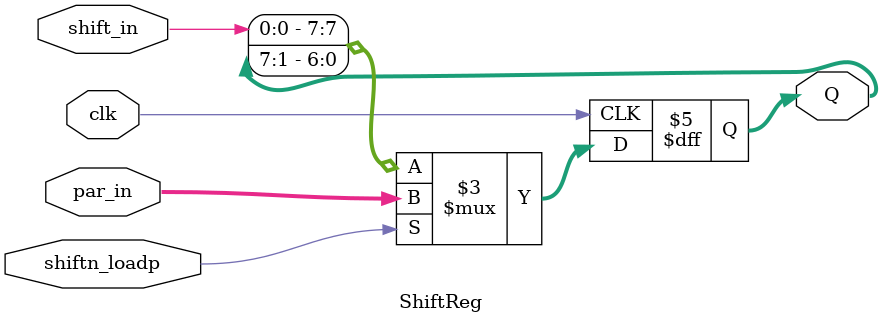
<source format=v>
module ShiftReg
#(parameter BIT_WIDTH = 8)(
    input       clk,
    input       shiftn_loadp,
    input       shift_in,
    input [BIT_WIDTH-1:0] par_in,
    output  reg [BIT_WIDTH-1:0] Q
);

always @(posedge clk) begin
    if(shiftn_loadp) begin
        Q <= par_in;
    end
    else begin
        Q <= {shift_in, Q[BIT_WIDTH-1:1]}; 
    end
end
endmodule
</source>
